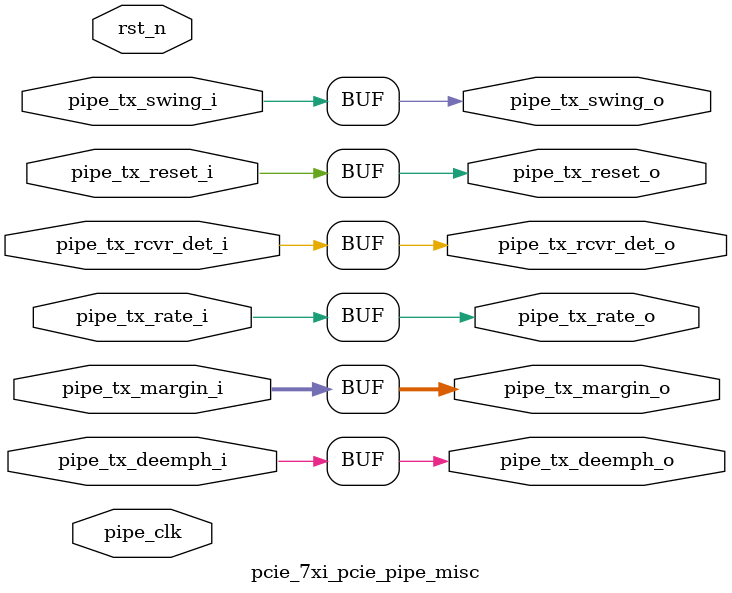
<source format=v>

`timescale 1ps/1ps

(* DowngradeIPIdentifiedWarnings = "yes" *)
module pcie_7xi_pcie_pipe_misc #
(
    parameter        PIPE_PIPELINE_STAGES = 0,    // 0 - 0 stages, 1 - 1 stage, 2 - 2 stages
    parameter TCQ  = 1 // synthesis warning solved: parameter declaration becomes local
)
(

    input   wire        pipe_tx_rcvr_det_i       ,     // PIPE Tx Receiver Detect
    input   wire        pipe_tx_reset_i          ,     // PIPE Tx Reset
    input   wire        pipe_tx_rate_i           ,     // PIPE Tx Rate
    input   wire        pipe_tx_deemph_i         ,     // PIPE Tx Deemphasis
    input   wire [2:0]  pipe_tx_margin_i         ,     // PIPE Tx Margin
    input   wire        pipe_tx_swing_i          ,     // PIPE Tx Swing

    output  wire        pipe_tx_rcvr_det_o       ,     // Pipelined PIPE Tx Receiver Detect
    output  wire        pipe_tx_reset_o          ,     // Pipelined PIPE Tx Reset
    output  wire        pipe_tx_rate_o           ,     // Pipelined PIPE Tx Rate
    output  wire        pipe_tx_deemph_o         ,     // Pipelined PIPE Tx Deemphasis
    output  wire [2:0]  pipe_tx_margin_o         ,     // Pipelined PIPE Tx Margin
    output  wire        pipe_tx_swing_o          ,     // Pipelined PIPE Tx Swing

    input   wire        pipe_clk                ,      // PIPE Clock
    input   wire        rst_n                          // Reset
);

//******************************************************************//
// Reality check.                                                   //
//******************************************************************//

//    parameter TCQ  = 1;      // clock to out delay model

    generate

    if (PIPE_PIPELINE_STAGES == 0) begin : pipe_stages_0

        assign pipe_tx_rcvr_det_o = pipe_tx_rcvr_det_i;
        assign pipe_tx_reset_o  = pipe_tx_reset_i;
        assign pipe_tx_rate_o = pipe_tx_rate_i;
        assign pipe_tx_deemph_o = pipe_tx_deemph_i;
        assign pipe_tx_margin_o = pipe_tx_margin_i;
        assign pipe_tx_swing_o = pipe_tx_swing_i;

    end // if (PIPE_PIPELINE_STAGES == 0)
    else if (PIPE_PIPELINE_STAGES == 1) begin : pipe_stages_1

    reg                pipe_tx_rcvr_det_q       ;
    reg                pipe_tx_reset_q          ;
    reg                pipe_tx_rate_q           ;
    reg                pipe_tx_deemph_q         ;
    reg [2:0]          pipe_tx_margin_q         ;
    reg                pipe_tx_swing_q          ;

        always @(posedge pipe_clk) begin

        if (rst_n)
        begin

            pipe_tx_rcvr_det_q <= #TCQ 0;
            pipe_tx_reset_q  <= #TCQ 1'b1;
            pipe_tx_rate_q <= #TCQ 0;
            pipe_tx_deemph_q <= #TCQ 1'b1;
            pipe_tx_margin_q <= #TCQ 0;
            pipe_tx_swing_q <= #TCQ 0;

        end
        else
        begin

            pipe_tx_rcvr_det_q <= #TCQ pipe_tx_rcvr_det_i;
            pipe_tx_reset_q  <= #TCQ pipe_tx_reset_i;
            pipe_tx_rate_q <= #TCQ pipe_tx_rate_i;
            pipe_tx_deemph_q <= #TCQ pipe_tx_deemph_i;
            pipe_tx_margin_q <= #TCQ pipe_tx_margin_i;
            pipe_tx_swing_q <= #TCQ pipe_tx_swing_i;

          end

        end

        assign pipe_tx_rcvr_det_o = pipe_tx_rcvr_det_q;
        assign pipe_tx_reset_o  = pipe_tx_reset_q;
        assign pipe_tx_rate_o = pipe_tx_rate_q;
        assign pipe_tx_deemph_o = pipe_tx_deemph_q;
        assign pipe_tx_margin_o = pipe_tx_margin_q;
        assign pipe_tx_swing_o = pipe_tx_swing_q;

    end // if (PIPE_PIPELINE_STAGES == 1)
    else if (PIPE_PIPELINE_STAGES == 2) begin : pipe_stages_2

    reg                pipe_tx_rcvr_det_q       ;
    reg                pipe_tx_reset_q          ;
    reg                pipe_tx_rate_q           ;
    reg                pipe_tx_deemph_q         ;
    reg [2:0]          pipe_tx_margin_q         ;
    reg                pipe_tx_swing_q          ;

    reg                pipe_tx_rcvr_det_qq      ;
    reg                pipe_tx_reset_qq         ;
    reg                pipe_tx_rate_qq          ;
    reg                pipe_tx_deemph_qq        ;
    reg [2:0]          pipe_tx_margin_qq        ;
    reg                pipe_tx_swing_qq         ;

        always @(posedge pipe_clk) begin

        if (rst_n)
        begin

            pipe_tx_rcvr_det_q <= #TCQ 0;
            pipe_tx_reset_q  <= #TCQ 1'b1;
            pipe_tx_rate_q <= #TCQ 0;
            pipe_tx_deemph_q <= #TCQ 1'b1;
            pipe_tx_margin_q <= #TCQ 0;
            pipe_tx_swing_q <= #TCQ 0;

            pipe_tx_rcvr_det_qq <= #TCQ 0;
            pipe_tx_reset_qq  <= #TCQ 1'b1;
            pipe_tx_rate_qq <= #TCQ 0;
            pipe_tx_deemph_qq <= #TCQ 1'b1;
            pipe_tx_margin_qq <= #TCQ 0;
            pipe_tx_swing_qq <= #TCQ 0;

        end
        else
        begin

            pipe_tx_rcvr_det_q <= #TCQ pipe_tx_rcvr_det_i;
            pipe_tx_reset_q  <= #TCQ pipe_tx_reset_i;
            pipe_tx_rate_q <= #TCQ pipe_tx_rate_i;
            pipe_tx_deemph_q <= #TCQ pipe_tx_deemph_i;
            pipe_tx_margin_q <= #TCQ pipe_tx_margin_i;
            pipe_tx_swing_q <= #TCQ pipe_tx_swing_i;

            pipe_tx_rcvr_det_qq <= #TCQ pipe_tx_rcvr_det_q;
            pipe_tx_reset_qq  <= #TCQ pipe_tx_reset_q;
            pipe_tx_rate_qq <= #TCQ pipe_tx_rate_q;
            pipe_tx_deemph_qq <= #TCQ pipe_tx_deemph_q;
            pipe_tx_margin_qq <= #TCQ pipe_tx_margin_q;
            pipe_tx_swing_qq <= #TCQ pipe_tx_swing_q;

          end

        end

        assign pipe_tx_rcvr_det_o = pipe_tx_rcvr_det_qq;
        assign pipe_tx_reset_o  = pipe_tx_reset_qq;
        assign pipe_tx_rate_o = pipe_tx_rate_qq;
        assign pipe_tx_deemph_o = pipe_tx_deemph_qq;
        assign pipe_tx_margin_o = pipe_tx_margin_qq;
        assign pipe_tx_swing_o = pipe_tx_swing_qq;

    end // if (PIPE_PIPELINE_STAGES == 2)

    endgenerate

endmodule


</source>
